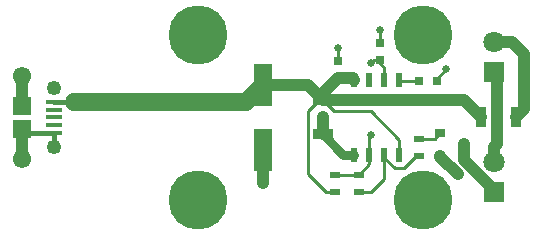
<source format=gbr>
G04 #@! TF.FileFunction,Copper,L1,Top,Signal*
%FSLAX46Y46*%
G04 Gerber Fmt 4.6, Leading zero omitted, Abs format (unit mm)*
G04 Created by KiCad (PCBNEW 4.0.7) date 01/10/18 16:30:40*
%MOMM*%
%LPD*%
G01*
G04 APERTURE LIST*
%ADD10C,0.150000*%
%ADD11R,0.900000X0.800000*%
%ADD12R,1.700000X0.900000*%
%ADD13R,0.900000X1.700000*%
%ADD14R,0.900000X0.500000*%
%ADD15R,1.800000X1.800000*%
%ADD16C,1.800000*%
%ADD17R,1.600200X3.599200*%
%ADD18R,0.800000X0.750000*%
%ADD19R,0.750000X0.800000*%
%ADD20R,1.550000X1.500000*%
%ADD21C,1.550000*%
%ADD22R,1.350000X0.400000*%
%ADD23C,1.250000*%
%ADD24R,0.508000X1.143000*%
%ADD25C,5.000000*%
%ADD26C,1.016000*%
%ADD27C,0.660400*%
%ADD28C,0.254000*%
%ADD29C,0.381000*%
%ADD30C,1.016000*%
%ADD31C,0.762000*%
%ADD32C,1.524000*%
G04 APERTURE END LIST*
D10*
D11*
X71898000Y-47056000D03*
X71898000Y-48956000D03*
X73898000Y-48006000D03*
D12*
X61976000Y-44270000D03*
X61976000Y-47170000D03*
D13*
X78285000Y-45720000D03*
X75385000Y-45720000D03*
D14*
X70104000Y-49010000D03*
X70104000Y-47510000D03*
D15*
X76454000Y-52070000D03*
D16*
X76454000Y-49530000D03*
D17*
X56896000Y-42969200D03*
X56896000Y-48470800D03*
D18*
X71616000Y-42672000D03*
X70116000Y-42672000D03*
D19*
X66802000Y-39382000D03*
X66802000Y-40882000D03*
X63246000Y-40906000D03*
X63246000Y-42406000D03*
D15*
X76454000Y-41910000D03*
D16*
X76454000Y-39370000D03*
D20*
X36502000Y-46720000D03*
X36502000Y-44720000D03*
D21*
X36502000Y-42220000D03*
D22*
X39177000Y-45070000D03*
X39177000Y-44420000D03*
X39177000Y-45720000D03*
X39177000Y-46370000D03*
X39177000Y-47020000D03*
D23*
X39177000Y-48220000D03*
X39177000Y-43220000D03*
D21*
X36502000Y-49220000D03*
D14*
X62992000Y-50558000D03*
X62992000Y-52058000D03*
X65024000Y-50558000D03*
X65024000Y-52058000D03*
D24*
X64643000Y-42545000D03*
X65913000Y-42545000D03*
X67183000Y-42545000D03*
X68453000Y-42545000D03*
X68453000Y-48895000D03*
X67183000Y-48895000D03*
X65913000Y-48895000D03*
X64643000Y-48895000D03*
D25*
X51435000Y-38735000D03*
X51435000Y-52705000D03*
X70485000Y-38735000D03*
X70485000Y-52705000D03*
D26*
X61976000Y-45720000D03*
X56896000Y-51308000D03*
D27*
X63246000Y-39878000D03*
X66802000Y-38354000D03*
X72390000Y-41656000D03*
D26*
X73406000Y-50546000D03*
D27*
X66040000Y-41148000D03*
X66040000Y-47244000D03*
D28*
X70104000Y-47510000D02*
X71444000Y-47510000D01*
X71444000Y-47510000D02*
X71898000Y-47056000D01*
D29*
X39177000Y-47020000D02*
X36802000Y-47020000D01*
X36802000Y-47020000D02*
X36502000Y-46720000D01*
X39177000Y-47020000D02*
X39177000Y-48220000D01*
D30*
X36502000Y-46720000D02*
X36502000Y-49220000D01*
X36502000Y-44720000D02*
X36502000Y-42220000D01*
X61976000Y-47170000D02*
X61976000Y-45720000D01*
X56896000Y-48470800D02*
X56896000Y-51308000D01*
D28*
X63246000Y-40906000D02*
X63246000Y-39878000D01*
X66802000Y-39382000D02*
X66802000Y-38354000D01*
X71616000Y-42672000D02*
X71616000Y-42430000D01*
X71616000Y-42430000D02*
X72390000Y-41656000D01*
D30*
X71898000Y-48956000D02*
X71898000Y-49038000D01*
X71898000Y-49038000D02*
X73406000Y-50546000D01*
D31*
X64643000Y-48895000D02*
X63701000Y-48895000D01*
X63701000Y-48895000D02*
X61976000Y-47170000D01*
D28*
X70116000Y-42672000D02*
X68580000Y-42672000D01*
X68580000Y-42672000D02*
X68453000Y-42545000D01*
D30*
X76454000Y-52070000D02*
X76454000Y-51869788D01*
X76454000Y-51869788D02*
X73898000Y-49313788D01*
X73898000Y-49313788D02*
X73898000Y-48006000D01*
X76454000Y-49530000D02*
X76454000Y-48260000D01*
X76708000Y-48006000D02*
X76708000Y-42164000D01*
X76454000Y-48260000D02*
X76708000Y-48006000D01*
X76708000Y-42164000D02*
X76454000Y-41910000D01*
D32*
X40864000Y-44420000D02*
X55445200Y-44420000D01*
X55445200Y-44420000D02*
X56896000Y-42969200D01*
D29*
X39177000Y-44420000D02*
X40864000Y-44420000D01*
X40864000Y-44420000D02*
X40894000Y-44450000D01*
D28*
X68453000Y-48895000D02*
X68453000Y-47625000D01*
X62918000Y-45212000D02*
X61976000Y-44270000D01*
X66040000Y-45212000D02*
X62918000Y-45212000D01*
X68453000Y-47625000D02*
X66040000Y-45212000D01*
X61976000Y-44270000D02*
X61648000Y-44270000D01*
X61648000Y-44270000D02*
X60706000Y-45212000D01*
X62218000Y-52058000D02*
X62992000Y-52058000D01*
X60706000Y-50546000D02*
X62218000Y-52058000D01*
X60706000Y-45212000D02*
X60706000Y-50546000D01*
D30*
X61976000Y-44270000D02*
X66114000Y-44270000D01*
X66114000Y-44270000D02*
X73935000Y-44270000D01*
X73935000Y-44270000D02*
X75385000Y-45720000D01*
X63246000Y-42406000D02*
X64504000Y-42406000D01*
X64504000Y-42406000D02*
X64643000Y-42545000D01*
X61976000Y-44270000D02*
X61976000Y-43676000D01*
X61976000Y-43676000D02*
X63246000Y-42406000D01*
X56896000Y-42969200D02*
X60675200Y-42969200D01*
X60675200Y-42969200D02*
X61976000Y-44270000D01*
D28*
X65913000Y-48895000D02*
X65913000Y-47371000D01*
X66306000Y-40882000D02*
X66802000Y-40882000D01*
X66040000Y-41148000D02*
X66306000Y-40882000D01*
X65913000Y-47371000D02*
X66040000Y-47244000D01*
X65024000Y-50558000D02*
X62992000Y-50558000D01*
X65913000Y-48895000D02*
X65913000Y-49669000D01*
X65913000Y-49669000D02*
X65024000Y-50558000D01*
X66802000Y-40882000D02*
X66802000Y-41148000D01*
X66802000Y-41148000D02*
X67183000Y-41529000D01*
X67183000Y-41529000D02*
X67183000Y-42545000D01*
D30*
X76454000Y-39370000D02*
X77978000Y-39370000D01*
X78994000Y-45011000D02*
X78285000Y-45720000D01*
X78994000Y-40386000D02*
X78994000Y-45011000D01*
X77978000Y-39370000D02*
X78994000Y-40386000D01*
D28*
X67183000Y-48895000D02*
X67183000Y-50927000D01*
X66052000Y-52058000D02*
X65024000Y-52058000D01*
X67183000Y-50927000D02*
X66052000Y-52058000D01*
X70104000Y-49010000D02*
X69862000Y-49010000D01*
X69862000Y-49010000D02*
X68834000Y-50038000D01*
X68834000Y-50038000D02*
X68072000Y-50038000D01*
X68072000Y-50038000D02*
X67183000Y-49149000D01*
X67183000Y-49149000D02*
X67183000Y-48895000D01*
X67056000Y-49022000D02*
X67183000Y-48895000D01*
M02*

</source>
